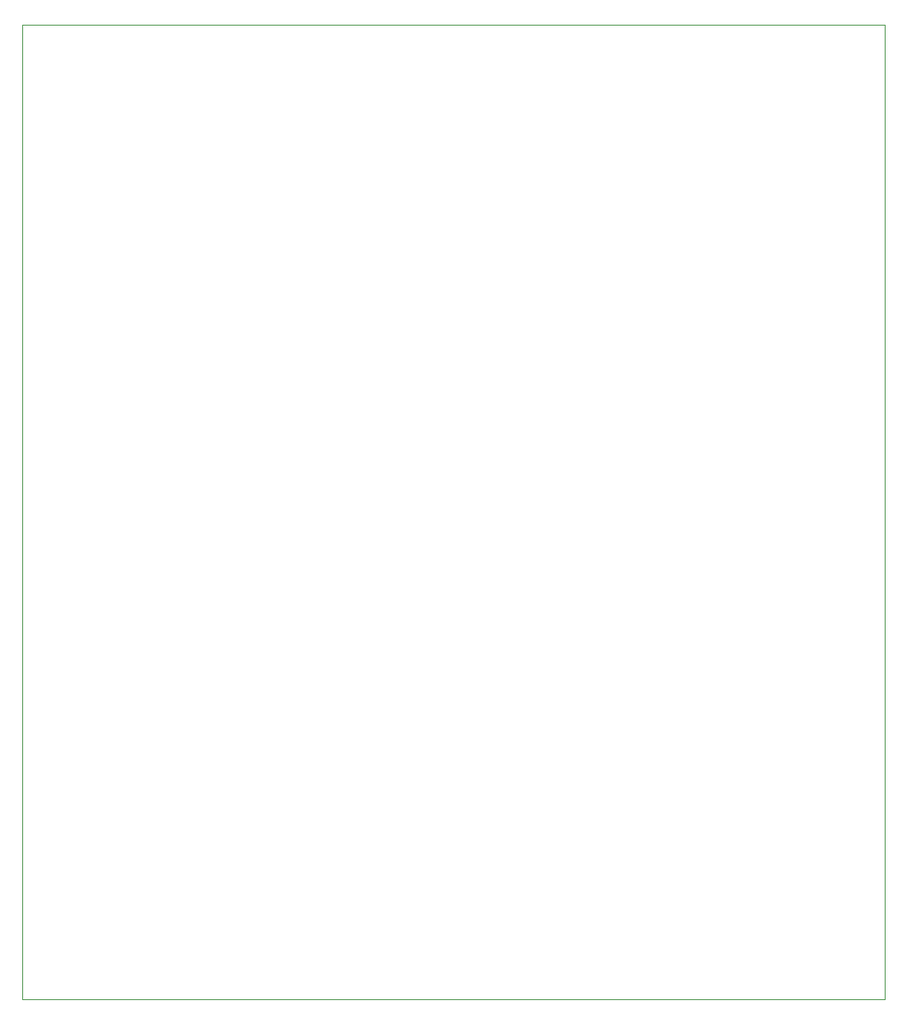
<source format=gm1>
%TF.GenerationSoftware,KiCad,Pcbnew,(5.1.12)-1*%
%TF.CreationDate,2022-12-13T04:58:51+01:00*%
%TF.ProjectId,MC34063_panel,4d433334-3036-4335-9f70-616e656c2e6b,rev?*%
%TF.SameCoordinates,Original*%
%TF.FileFunction,Profile,NP*%
%FSLAX46Y46*%
G04 Gerber Fmt 4.6, Leading zero omitted, Abs format (unit mm)*
G04 Created by KiCad (PCBNEW (5.1.12)-1) date 2022-12-13 04:58:51*
%MOMM*%
%LPD*%
G01*
G04 APERTURE LIST*
%TA.AperFunction,Profile*%
%ADD10C,0.100000*%
%TD*%
G04 APERTURE END LIST*
D10*
X133600000Y-159000000D02*
X133600000Y-59000000D01*
X45000000Y-59000000D02*
X133600000Y-59000000D01*
X45000000Y-159000000D02*
X45000000Y-59000000D01*
X133600000Y-159000000D02*
X45000000Y-159000000D01*
M02*

</source>
